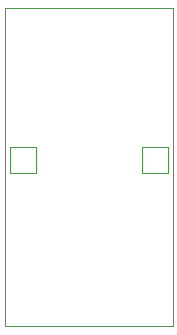
<source format=gbr>
%TF.GenerationSoftware,KiCad,Pcbnew,7.0.8*%
%TF.CreationDate,2024-09-17T00:43:06+09:00*%
%TF.ProjectId,____________,ddc6f3b7-e7e1-4fcb-9f09-dbfa7f2e6b69,rev?*%
%TF.SameCoordinates,Original*%
%TF.FileFunction,Profile,NP*%
%FSLAX46Y46*%
G04 Gerber Fmt 4.6, Leading zero omitted, Abs format (unit mm)*
G04 Created by KiCad (PCBNEW 7.0.8) date 2024-09-17 00:43:06*
%MOMM*%
%LPD*%
G01*
G04 APERTURE LIST*
%TA.AperFunction,Profile*%
%ADD10C,0.100000*%
%TD*%
%TA.AperFunction,Profile*%
%ADD11C,0.050000*%
%TD*%
G04 APERTURE END LIST*
D10*
X70104000Y-56388000D02*
X84328000Y-56388000D01*
X84328000Y-83312000D01*
X70104000Y-83312000D01*
X70104000Y-56388000D01*
D11*
%TO.C,ENC1*%
X81715000Y-68130000D02*
X83915000Y-68130000D01*
X83915000Y-68130000D02*
X83915000Y-70330000D01*
X83915000Y-70330000D02*
X81715000Y-70330000D01*
X81715000Y-70330000D02*
X81715000Y-68130000D01*
X70515000Y-68130000D02*
X72715000Y-68130000D01*
X72715000Y-68130000D02*
X72715000Y-70330000D01*
X72715000Y-70330000D02*
X70515000Y-70330000D01*
X70515000Y-70330000D02*
X70515000Y-68130000D01*
%TD*%
M02*

</source>
